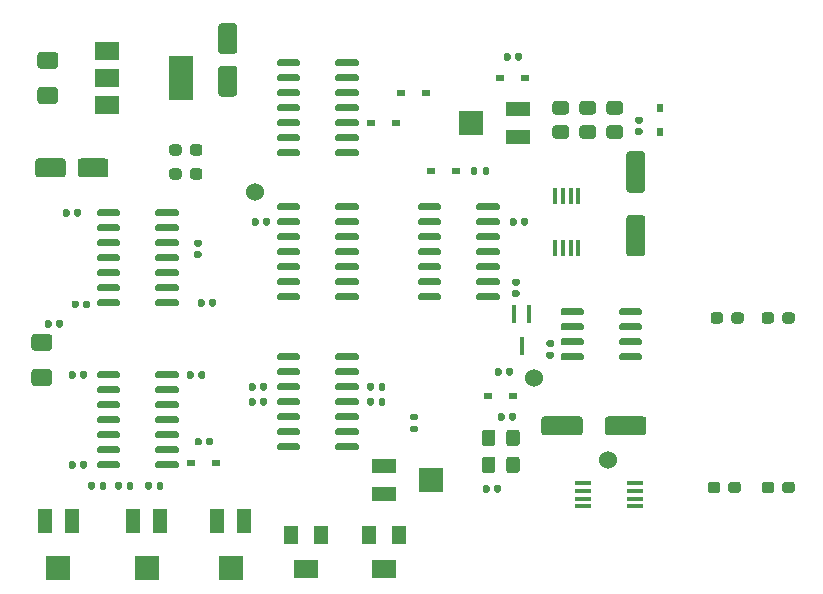
<source format=gbr>
G04 #@! TF.GenerationSoftware,KiCad,Pcbnew,(5.1.10)-1*
G04 #@! TF.CreationDate,2021-06-28T12:10:56+02:00*
G04 #@! TF.ProjectId,BSPD_v_1_1,42535044-5f76-45f3-915f-312e6b696361,rev?*
G04 #@! TF.SameCoordinates,Original*
G04 #@! TF.FileFunction,Paste,Top*
G04 #@! TF.FilePolarity,Positive*
%FSLAX46Y46*%
G04 Gerber Fmt 4.6, Leading zero omitted, Abs format (unit mm)*
G04 Created by KiCad (PCBNEW (5.1.10)-1) date 2021-06-28 12:10:56*
%MOMM*%
%LPD*%
G01*
G04 APERTURE LIST*
%ADD10R,0.450000X1.500000*%
%ADD11R,1.450000X0.450000*%
%ADD12R,0.450000X1.450000*%
%ADD13R,0.800000X0.550000*%
%ADD14R,0.550000X0.800000*%
%ADD15C,1.524000*%
%ADD16R,1.300000X2.000000*%
%ADD17R,2.000000X2.000000*%
%ADD18R,1.300000X1.600000*%
%ADD19R,2.000000X1.600000*%
%ADD20R,2.000000X1.300000*%
%ADD21R,2.000000X3.800000*%
%ADD22R,2.000000X1.500000*%
G04 APERTURE END LIST*
D10*
X140208000Y-54670000D03*
X139558000Y-52010000D03*
X140858000Y-52010000D03*
D11*
X149774000Y-66335000D03*
X149774000Y-66985000D03*
X149774000Y-67635000D03*
X149774000Y-68285000D03*
X145374000Y-68285000D03*
X145374000Y-67635000D03*
X145374000Y-66985000D03*
X145374000Y-66335000D03*
D12*
X144993000Y-41996000D03*
X144343000Y-41996000D03*
X143693000Y-41996000D03*
X143043000Y-41996000D03*
X143043000Y-46396000D03*
X143693000Y-46396000D03*
X144343000Y-46396000D03*
X144993000Y-46396000D03*
D13*
X130014000Y-33274000D03*
X132114000Y-33274000D03*
X132554000Y-39878000D03*
X134654000Y-39878000D03*
D14*
X151892000Y-36610000D03*
X151892000Y-34510000D03*
D13*
X140496000Y-32004000D03*
X138396000Y-32004000D03*
X139480000Y-58928000D03*
X137380000Y-58928000D03*
X129574000Y-35814000D03*
X127474000Y-35814000D03*
X114334000Y-64579500D03*
X112234000Y-64579500D03*
D15*
X141224000Y-57404000D03*
X147472400Y-64312800D03*
X117602000Y-41656000D03*
G36*
G01*
X136412000Y-39693000D02*
X136412000Y-40063000D01*
G75*
G02*
X136277000Y-40198000I-135000J0D01*
G01*
X136007000Y-40198000D01*
G75*
G02*
X135872000Y-40063000I0J135000D01*
G01*
X135872000Y-39693000D01*
G75*
G02*
X136007000Y-39558000I135000J0D01*
G01*
X136277000Y-39558000D01*
G75*
G02*
X136412000Y-39693000I0J-135000D01*
G01*
G37*
G36*
G01*
X137432000Y-39693000D02*
X137432000Y-40063000D01*
G75*
G02*
X137297000Y-40198000I-135000J0D01*
G01*
X137027000Y-40198000D01*
G75*
G02*
X136892000Y-40063000I0J135000D01*
G01*
X136892000Y-39693000D01*
G75*
G02*
X137027000Y-39558000I135000J0D01*
G01*
X137297000Y-39558000D01*
G75*
G02*
X137432000Y-39693000I0J-135000D01*
G01*
G37*
G36*
G01*
X130879000Y-61454000D02*
X131249000Y-61454000D01*
G75*
G02*
X131384000Y-61589000I0J-135000D01*
G01*
X131384000Y-61859000D01*
G75*
G02*
X131249000Y-61994000I-135000J0D01*
G01*
X130879000Y-61994000D01*
G75*
G02*
X130744000Y-61859000I0J135000D01*
G01*
X130744000Y-61589000D01*
G75*
G02*
X130879000Y-61454000I135000J0D01*
G01*
G37*
G36*
G01*
X130879000Y-60434000D02*
X131249000Y-60434000D01*
G75*
G02*
X131384000Y-60569000I0J-135000D01*
G01*
X131384000Y-60839000D01*
G75*
G02*
X131249000Y-60974000I-135000J0D01*
G01*
X130879000Y-60974000D01*
G75*
G02*
X130744000Y-60839000I0J135000D01*
G01*
X130744000Y-60569000D01*
G75*
G02*
X130879000Y-60434000I135000J0D01*
G01*
G37*
G36*
G01*
X115866000Y-29980000D02*
X114766000Y-29980000D01*
G75*
G02*
X114516000Y-29730000I0J250000D01*
G01*
X114516000Y-27630000D01*
G75*
G02*
X114766000Y-27380000I250000J0D01*
G01*
X115866000Y-27380000D01*
G75*
G02*
X116116000Y-27630000I0J-250000D01*
G01*
X116116000Y-29730000D01*
G75*
G02*
X115866000Y-29980000I-250000J0D01*
G01*
G37*
G36*
G01*
X115866000Y-33580000D02*
X114766000Y-33580000D01*
G75*
G02*
X114516000Y-33330000I0J250000D01*
G01*
X114516000Y-31230000D01*
G75*
G02*
X114766000Y-30980000I250000J0D01*
G01*
X115866000Y-30980000D01*
G75*
G02*
X116116000Y-31230000I0J-250000D01*
G01*
X116116000Y-33330000D01*
G75*
G02*
X115866000Y-33580000I-250000J0D01*
G01*
G37*
G36*
G01*
X105208000Y-39074000D02*
X105208000Y-40174000D01*
G75*
G02*
X104958000Y-40424000I-250000J0D01*
G01*
X102858000Y-40424000D01*
G75*
G02*
X102608000Y-40174000I0J250000D01*
G01*
X102608000Y-39074000D01*
G75*
G02*
X102858000Y-38824000I250000J0D01*
G01*
X104958000Y-38824000D01*
G75*
G02*
X105208000Y-39074000I0J-250000D01*
G01*
G37*
G36*
G01*
X101608000Y-39074000D02*
X101608000Y-40174000D01*
G75*
G02*
X101358000Y-40424000I-250000J0D01*
G01*
X99258000Y-40424000D01*
G75*
G02*
X99008000Y-40174000I0J250000D01*
G01*
X99008000Y-39074000D01*
G75*
G02*
X99258000Y-38824000I250000J0D01*
G01*
X101358000Y-38824000D01*
G75*
G02*
X101608000Y-39074000I0J-250000D01*
G01*
G37*
G36*
G01*
X148532001Y-35110000D02*
X147631999Y-35110000D01*
G75*
G02*
X147382000Y-34860001I0J249999D01*
G01*
X147382000Y-34209999D01*
G75*
G02*
X147631999Y-33960000I249999J0D01*
G01*
X148532001Y-33960000D01*
G75*
G02*
X148782000Y-34209999I0J-249999D01*
G01*
X148782000Y-34860001D01*
G75*
G02*
X148532001Y-35110000I-249999J0D01*
G01*
G37*
G36*
G01*
X148532001Y-37160000D02*
X147631999Y-37160000D01*
G75*
G02*
X147382000Y-36910001I0J249999D01*
G01*
X147382000Y-36259999D01*
G75*
G02*
X147631999Y-36010000I249999J0D01*
G01*
X148532001Y-36010000D01*
G75*
G02*
X148782000Y-36259999I0J-249999D01*
G01*
X148782000Y-36910001D01*
G75*
G02*
X148532001Y-37160000I-249999J0D01*
G01*
G37*
G36*
G01*
X150410000Y-41722000D02*
X149310000Y-41722000D01*
G75*
G02*
X149060000Y-41472000I0J250000D01*
G01*
X149060000Y-38472000D01*
G75*
G02*
X149310000Y-38222000I250000J0D01*
G01*
X150410000Y-38222000D01*
G75*
G02*
X150660000Y-38472000I0J-250000D01*
G01*
X150660000Y-41472000D01*
G75*
G02*
X150410000Y-41722000I-250000J0D01*
G01*
G37*
G36*
G01*
X150410000Y-47122000D02*
X149310000Y-47122000D01*
G75*
G02*
X149060000Y-46872000I0J250000D01*
G01*
X149060000Y-43872000D01*
G75*
G02*
X149310000Y-43622000I250000J0D01*
G01*
X150410000Y-43622000D01*
G75*
G02*
X150660000Y-43872000I0J-250000D01*
G01*
X150660000Y-46872000D01*
G75*
G02*
X150410000Y-47122000I-250000J0D01*
G01*
G37*
G36*
G01*
X143960001Y-37160000D02*
X143059999Y-37160000D01*
G75*
G02*
X142810000Y-36910001I0J249999D01*
G01*
X142810000Y-36259999D01*
G75*
G02*
X143059999Y-36010000I249999J0D01*
G01*
X143960001Y-36010000D01*
G75*
G02*
X144210000Y-36259999I0J-249999D01*
G01*
X144210000Y-36910001D01*
G75*
G02*
X143960001Y-37160000I-249999J0D01*
G01*
G37*
G36*
G01*
X143960001Y-35110000D02*
X143059999Y-35110000D01*
G75*
G02*
X142810000Y-34860001I0J249999D01*
G01*
X142810000Y-34209999D01*
G75*
G02*
X143059999Y-33960000I249999J0D01*
G01*
X143960001Y-33960000D01*
G75*
G02*
X144210000Y-34209999I0J-249999D01*
G01*
X144210000Y-34860001D01*
G75*
G02*
X143960001Y-35110000I-249999J0D01*
G01*
G37*
G36*
G01*
X145345999Y-36010000D02*
X146246001Y-36010000D01*
G75*
G02*
X146496000Y-36259999I0J-249999D01*
G01*
X146496000Y-36910001D01*
G75*
G02*
X146246001Y-37160000I-249999J0D01*
G01*
X145345999Y-37160000D01*
G75*
G02*
X145096000Y-36910001I0J249999D01*
G01*
X145096000Y-36259999D01*
G75*
G02*
X145345999Y-36010000I249999J0D01*
G01*
G37*
G36*
G01*
X145345999Y-33960000D02*
X146246001Y-33960000D01*
G75*
G02*
X146496000Y-34209999I0J-249999D01*
G01*
X146496000Y-34860001D01*
G75*
G02*
X146246001Y-35110000I-249999J0D01*
G01*
X145345999Y-35110000D01*
G75*
G02*
X145096000Y-34860001I0J249999D01*
G01*
X145096000Y-34209999D01*
G75*
G02*
X145345999Y-33960000I249999J0D01*
G01*
G37*
G36*
G01*
X140030000Y-62033999D02*
X140030000Y-62934001D01*
G75*
G02*
X139780001Y-63184000I-249999J0D01*
G01*
X139129999Y-63184000D01*
G75*
G02*
X138880000Y-62934001I0J249999D01*
G01*
X138880000Y-62033999D01*
G75*
G02*
X139129999Y-61784000I249999J0D01*
G01*
X139780001Y-61784000D01*
G75*
G02*
X140030000Y-62033999I0J-249999D01*
G01*
G37*
G36*
G01*
X137980000Y-62033999D02*
X137980000Y-62934001D01*
G75*
G02*
X137730001Y-63184000I-249999J0D01*
G01*
X137079999Y-63184000D01*
G75*
G02*
X136830000Y-62934001I0J249999D01*
G01*
X136830000Y-62033999D01*
G75*
G02*
X137079999Y-61784000I249999J0D01*
G01*
X137730001Y-61784000D01*
G75*
G02*
X137980000Y-62033999I0J-249999D01*
G01*
G37*
G36*
G01*
X150754000Y-60918000D02*
X150754000Y-62018000D01*
G75*
G02*
X150504000Y-62268000I-250000J0D01*
G01*
X147504000Y-62268000D01*
G75*
G02*
X147254000Y-62018000I0J250000D01*
G01*
X147254000Y-60918000D01*
G75*
G02*
X147504000Y-60668000I250000J0D01*
G01*
X150504000Y-60668000D01*
G75*
G02*
X150754000Y-60918000I0J-250000D01*
G01*
G37*
G36*
G01*
X145354000Y-60918000D02*
X145354000Y-62018000D01*
G75*
G02*
X145104000Y-62268000I-250000J0D01*
G01*
X142104000Y-62268000D01*
G75*
G02*
X141854000Y-62018000I0J250000D01*
G01*
X141854000Y-60918000D01*
G75*
G02*
X142104000Y-60668000I250000J0D01*
G01*
X145104000Y-60668000D01*
G75*
G02*
X145354000Y-60918000I0J-250000D01*
G01*
G37*
G36*
G01*
X138880000Y-65220001D02*
X138880000Y-64319999D01*
G75*
G02*
X139129999Y-64070000I249999J0D01*
G01*
X139780001Y-64070000D01*
G75*
G02*
X140030000Y-64319999I0J-249999D01*
G01*
X140030000Y-65220001D01*
G75*
G02*
X139780001Y-65470000I-249999J0D01*
G01*
X139129999Y-65470000D01*
G75*
G02*
X138880000Y-65220001I0J249999D01*
G01*
G37*
G36*
G01*
X136830000Y-65220001D02*
X136830000Y-64319999D01*
G75*
G02*
X137079999Y-64070000I249999J0D01*
G01*
X137730001Y-64070000D01*
G75*
G02*
X137980000Y-64319999I0J-249999D01*
G01*
X137980000Y-65220001D01*
G75*
G02*
X137730001Y-65470000I-249999J0D01*
G01*
X137079999Y-65470000D01*
G75*
G02*
X136830000Y-65220001I0J249999D01*
G01*
G37*
G36*
G01*
X100701000Y-34204000D02*
X99451000Y-34204000D01*
G75*
G02*
X99201000Y-33954000I0J250000D01*
G01*
X99201000Y-33029000D01*
G75*
G02*
X99451000Y-32779000I250000J0D01*
G01*
X100701000Y-32779000D01*
G75*
G02*
X100951000Y-33029000I0J-250000D01*
G01*
X100951000Y-33954000D01*
G75*
G02*
X100701000Y-34204000I-250000J0D01*
G01*
G37*
G36*
G01*
X100701000Y-31229000D02*
X99451000Y-31229000D01*
G75*
G02*
X99201000Y-30979000I0J250000D01*
G01*
X99201000Y-30054000D01*
G75*
G02*
X99451000Y-29804000I250000J0D01*
G01*
X100701000Y-29804000D01*
G75*
G02*
X100951000Y-30054000I0J-250000D01*
G01*
X100951000Y-30979000D01*
G75*
G02*
X100701000Y-31229000I-250000J0D01*
G01*
G37*
G36*
G01*
X110360000Y-40369500D02*
X110360000Y-39894500D01*
G75*
G02*
X110597500Y-39657000I237500J0D01*
G01*
X111172500Y-39657000D01*
G75*
G02*
X111410000Y-39894500I0J-237500D01*
G01*
X111410000Y-40369500D01*
G75*
G02*
X111172500Y-40607000I-237500J0D01*
G01*
X110597500Y-40607000D01*
G75*
G02*
X110360000Y-40369500I0J237500D01*
G01*
G37*
G36*
G01*
X112110000Y-40369500D02*
X112110000Y-39894500D01*
G75*
G02*
X112347500Y-39657000I237500J0D01*
G01*
X112922500Y-39657000D01*
G75*
G02*
X113160000Y-39894500I0J-237500D01*
G01*
X113160000Y-40369500D01*
G75*
G02*
X112922500Y-40607000I-237500J0D01*
G01*
X112347500Y-40607000D01*
G75*
G02*
X112110000Y-40369500I0J237500D01*
G01*
G37*
G36*
G01*
X161575000Y-52086500D02*
X161575000Y-52561500D01*
G75*
G02*
X161337500Y-52799000I-237500J0D01*
G01*
X160762500Y-52799000D01*
G75*
G02*
X160525000Y-52561500I0J237500D01*
G01*
X160525000Y-52086500D01*
G75*
G02*
X160762500Y-51849000I237500J0D01*
G01*
X161337500Y-51849000D01*
G75*
G02*
X161575000Y-52086500I0J-237500D01*
G01*
G37*
G36*
G01*
X163325000Y-52086500D02*
X163325000Y-52561500D01*
G75*
G02*
X163087500Y-52799000I-237500J0D01*
G01*
X162512500Y-52799000D01*
G75*
G02*
X162275000Y-52561500I0J237500D01*
G01*
X162275000Y-52086500D01*
G75*
G02*
X162512500Y-51849000I237500J0D01*
G01*
X163087500Y-51849000D01*
G75*
G02*
X163325000Y-52086500I0J-237500D01*
G01*
G37*
G36*
G01*
X163325000Y-66437500D02*
X163325000Y-66912500D01*
G75*
G02*
X163087500Y-67150000I-237500J0D01*
G01*
X162512500Y-67150000D01*
G75*
G02*
X162275000Y-66912500I0J237500D01*
G01*
X162275000Y-66437500D01*
G75*
G02*
X162512500Y-66200000I237500J0D01*
G01*
X163087500Y-66200000D01*
G75*
G02*
X163325000Y-66437500I0J-237500D01*
G01*
G37*
G36*
G01*
X161575000Y-66437500D02*
X161575000Y-66912500D01*
G75*
G02*
X161337500Y-67150000I-237500J0D01*
G01*
X160762500Y-67150000D01*
G75*
G02*
X160525000Y-66912500I0J237500D01*
G01*
X160525000Y-66437500D01*
G75*
G02*
X160762500Y-66200000I237500J0D01*
G01*
X161337500Y-66200000D01*
G75*
G02*
X161575000Y-66437500I0J-237500D01*
G01*
G37*
G36*
G01*
X113160000Y-37862500D02*
X113160000Y-38337500D01*
G75*
G02*
X112922500Y-38575000I-237500J0D01*
G01*
X112347500Y-38575000D01*
G75*
G02*
X112110000Y-38337500I0J237500D01*
G01*
X112110000Y-37862500D01*
G75*
G02*
X112347500Y-37625000I237500J0D01*
G01*
X112922500Y-37625000D01*
G75*
G02*
X113160000Y-37862500I0J-237500D01*
G01*
G37*
G36*
G01*
X111410000Y-37862500D02*
X111410000Y-38337500D01*
G75*
G02*
X111172500Y-38575000I-237500J0D01*
G01*
X110597500Y-38575000D01*
G75*
G02*
X110360000Y-38337500I0J237500D01*
G01*
X110360000Y-37862500D01*
G75*
G02*
X110597500Y-37625000I237500J0D01*
G01*
X111172500Y-37625000D01*
G75*
G02*
X111410000Y-37862500I0J-237500D01*
G01*
G37*
G36*
G01*
X101328000Y-43606500D02*
X101328000Y-43261500D01*
G75*
G02*
X101475500Y-43114000I147500J0D01*
G01*
X101770500Y-43114000D01*
G75*
G02*
X101918000Y-43261500I0J-147500D01*
G01*
X101918000Y-43606500D01*
G75*
G02*
X101770500Y-43754000I-147500J0D01*
G01*
X101475500Y-43754000D01*
G75*
G02*
X101328000Y-43606500I0J147500D01*
G01*
G37*
G36*
G01*
X102298000Y-43606500D02*
X102298000Y-43261500D01*
G75*
G02*
X102445500Y-43114000I147500J0D01*
G01*
X102740500Y-43114000D01*
G75*
G02*
X102888000Y-43261500I0J-147500D01*
G01*
X102888000Y-43606500D01*
G75*
G02*
X102740500Y-43754000I-147500J0D01*
G01*
X102445500Y-43754000D01*
G75*
G02*
X102298000Y-43606500I0J147500D01*
G01*
G37*
G36*
G01*
X103060000Y-51353500D02*
X103060000Y-51008500D01*
G75*
G02*
X103207500Y-50861000I147500J0D01*
G01*
X103502500Y-50861000D01*
G75*
G02*
X103650000Y-51008500I0J-147500D01*
G01*
X103650000Y-51353500D01*
G75*
G02*
X103502500Y-51501000I-147500J0D01*
G01*
X103207500Y-51501000D01*
G75*
G02*
X103060000Y-51353500I0J147500D01*
G01*
G37*
G36*
G01*
X102090000Y-51353500D02*
X102090000Y-51008500D01*
G75*
G02*
X102237500Y-50861000I147500J0D01*
G01*
X102532500Y-50861000D01*
G75*
G02*
X102680000Y-51008500I0J-147500D01*
G01*
X102680000Y-51353500D01*
G75*
G02*
X102532500Y-51501000I-147500J0D01*
G01*
X102237500Y-51501000D01*
G75*
G02*
X102090000Y-51353500I0J147500D01*
G01*
G37*
G36*
G01*
X114318000Y-50881500D02*
X114318000Y-51226500D01*
G75*
G02*
X114170500Y-51374000I-147500J0D01*
G01*
X113875500Y-51374000D01*
G75*
G02*
X113728000Y-51226500I0J147500D01*
G01*
X113728000Y-50881500D01*
G75*
G02*
X113875500Y-50734000I147500J0D01*
G01*
X114170500Y-50734000D01*
G75*
G02*
X114318000Y-50881500I0J-147500D01*
G01*
G37*
G36*
G01*
X113348000Y-50881500D02*
X113348000Y-51226500D01*
G75*
G02*
X113200500Y-51374000I-147500J0D01*
G01*
X112905500Y-51374000D01*
G75*
G02*
X112758000Y-51226500I0J147500D01*
G01*
X112758000Y-50881500D01*
G75*
G02*
X112905500Y-50734000I147500J0D01*
G01*
X113200500Y-50734000D01*
G75*
G02*
X113348000Y-50881500I0J-147500D01*
G01*
G37*
G36*
G01*
X117076000Y-58338500D02*
X117076000Y-57993500D01*
G75*
G02*
X117223500Y-57846000I147500J0D01*
G01*
X117518500Y-57846000D01*
G75*
G02*
X117666000Y-57993500I0J-147500D01*
G01*
X117666000Y-58338500D01*
G75*
G02*
X117518500Y-58486000I-147500J0D01*
G01*
X117223500Y-58486000D01*
G75*
G02*
X117076000Y-58338500I0J147500D01*
G01*
G37*
G36*
G01*
X118046000Y-58338500D02*
X118046000Y-57993500D01*
G75*
G02*
X118193500Y-57846000I147500J0D01*
G01*
X118488500Y-57846000D01*
G75*
G02*
X118636000Y-57993500I0J-147500D01*
G01*
X118636000Y-58338500D01*
G75*
G02*
X118488500Y-58486000I-147500J0D01*
G01*
X118193500Y-58486000D01*
G75*
G02*
X118046000Y-58338500I0J147500D01*
G01*
G37*
G36*
G01*
X101836000Y-57322500D02*
X101836000Y-56977500D01*
G75*
G02*
X101983500Y-56830000I147500J0D01*
G01*
X102278500Y-56830000D01*
G75*
G02*
X102426000Y-56977500I0J-147500D01*
G01*
X102426000Y-57322500D01*
G75*
G02*
X102278500Y-57470000I-147500J0D01*
G01*
X101983500Y-57470000D01*
G75*
G02*
X101836000Y-57322500I0J147500D01*
G01*
G37*
G36*
G01*
X102806000Y-57322500D02*
X102806000Y-56977500D01*
G75*
G02*
X102953500Y-56830000I147500J0D01*
G01*
X103248500Y-56830000D01*
G75*
G02*
X103396000Y-56977500I0J-147500D01*
G01*
X103396000Y-57322500D01*
G75*
G02*
X103248500Y-57470000I-147500J0D01*
G01*
X102953500Y-57470000D01*
G75*
G02*
X102806000Y-57322500I0J147500D01*
G01*
G37*
G36*
G01*
X102806000Y-64942500D02*
X102806000Y-64597500D01*
G75*
G02*
X102953500Y-64450000I147500J0D01*
G01*
X103248500Y-64450000D01*
G75*
G02*
X103396000Y-64597500I0J-147500D01*
G01*
X103396000Y-64942500D01*
G75*
G02*
X103248500Y-65090000I-147500J0D01*
G01*
X102953500Y-65090000D01*
G75*
G02*
X102806000Y-64942500I0J147500D01*
G01*
G37*
G36*
G01*
X101836000Y-64942500D02*
X101836000Y-64597500D01*
G75*
G02*
X101983500Y-64450000I147500J0D01*
G01*
X102278500Y-64450000D01*
G75*
G02*
X102426000Y-64597500I0J-147500D01*
G01*
X102426000Y-64942500D01*
G75*
G02*
X102278500Y-65090000I-147500J0D01*
G01*
X101983500Y-65090000D01*
G75*
G02*
X101836000Y-64942500I0J147500D01*
G01*
G37*
G36*
G01*
X114064000Y-62629000D02*
X114064000Y-62974000D01*
G75*
G02*
X113916500Y-63121500I-147500J0D01*
G01*
X113621500Y-63121500D01*
G75*
G02*
X113474000Y-62974000I0J147500D01*
G01*
X113474000Y-62629000D01*
G75*
G02*
X113621500Y-62481500I147500J0D01*
G01*
X113916500Y-62481500D01*
G75*
G02*
X114064000Y-62629000I0J-147500D01*
G01*
G37*
G36*
G01*
X113094000Y-62629000D02*
X113094000Y-62974000D01*
G75*
G02*
X112946500Y-63121500I-147500J0D01*
G01*
X112651500Y-63121500D01*
G75*
G02*
X112504000Y-62974000I0J147500D01*
G01*
X112504000Y-62629000D01*
G75*
G02*
X112651500Y-62481500I147500J0D01*
G01*
X112946500Y-62481500D01*
G75*
G02*
X113094000Y-62629000I0J-147500D01*
G01*
G37*
G36*
G01*
X118046000Y-59608500D02*
X118046000Y-59263500D01*
G75*
G02*
X118193500Y-59116000I147500J0D01*
G01*
X118488500Y-59116000D01*
G75*
G02*
X118636000Y-59263500I0J-147500D01*
G01*
X118636000Y-59608500D01*
G75*
G02*
X118488500Y-59756000I-147500J0D01*
G01*
X118193500Y-59756000D01*
G75*
G02*
X118046000Y-59608500I0J147500D01*
G01*
G37*
G36*
G01*
X117076000Y-59608500D02*
X117076000Y-59263500D01*
G75*
G02*
X117223500Y-59116000I147500J0D01*
G01*
X117518500Y-59116000D01*
G75*
G02*
X117666000Y-59263500I0J-147500D01*
G01*
X117666000Y-59608500D01*
G75*
G02*
X117518500Y-59756000I-147500J0D01*
G01*
X117223500Y-59756000D01*
G75*
G02*
X117076000Y-59608500I0J147500D01*
G01*
G37*
G36*
G01*
X149941500Y-36258000D02*
X150286500Y-36258000D01*
G75*
G02*
X150434000Y-36405500I0J-147500D01*
G01*
X150434000Y-36700500D01*
G75*
G02*
X150286500Y-36848000I-147500J0D01*
G01*
X149941500Y-36848000D01*
G75*
G02*
X149794000Y-36700500I0J147500D01*
G01*
X149794000Y-36405500D01*
G75*
G02*
X149941500Y-36258000I147500J0D01*
G01*
G37*
G36*
G01*
X149941500Y-35288000D02*
X150286500Y-35288000D01*
G75*
G02*
X150434000Y-35435500I0J-147500D01*
G01*
X150434000Y-35730500D01*
G75*
G02*
X150286500Y-35878000I-147500J0D01*
G01*
X149941500Y-35878000D01*
G75*
G02*
X149794000Y-35730500I0J147500D01*
G01*
X149794000Y-35435500D01*
G75*
G02*
X149941500Y-35288000I147500J0D01*
G01*
G37*
G36*
G01*
X138666000Y-30398500D02*
X138666000Y-30053500D01*
G75*
G02*
X138813500Y-29906000I147500J0D01*
G01*
X139108500Y-29906000D01*
G75*
G02*
X139256000Y-30053500I0J-147500D01*
G01*
X139256000Y-30398500D01*
G75*
G02*
X139108500Y-30546000I-147500J0D01*
G01*
X138813500Y-30546000D01*
G75*
G02*
X138666000Y-30398500I0J147500D01*
G01*
G37*
G36*
G01*
X139636000Y-30398500D02*
X139636000Y-30053500D01*
G75*
G02*
X139783500Y-29906000I147500J0D01*
G01*
X140078500Y-29906000D01*
G75*
G02*
X140226000Y-30053500I0J-147500D01*
G01*
X140226000Y-30398500D01*
G75*
G02*
X140078500Y-30546000I-147500J0D01*
G01*
X139783500Y-30546000D01*
G75*
G02*
X139636000Y-30398500I0J147500D01*
G01*
G37*
G36*
G01*
X142793500Y-55771000D02*
X142448500Y-55771000D01*
G75*
G02*
X142301000Y-55623500I0J147500D01*
G01*
X142301000Y-55328500D01*
G75*
G02*
X142448500Y-55181000I147500J0D01*
G01*
X142793500Y-55181000D01*
G75*
G02*
X142941000Y-55328500I0J-147500D01*
G01*
X142941000Y-55623500D01*
G75*
G02*
X142793500Y-55771000I-147500J0D01*
G01*
G37*
G36*
G01*
X142793500Y-54801000D02*
X142448500Y-54801000D01*
G75*
G02*
X142301000Y-54653500I0J147500D01*
G01*
X142301000Y-54358500D01*
G75*
G02*
X142448500Y-54211000I147500J0D01*
G01*
X142793500Y-54211000D01*
G75*
G02*
X142941000Y-54358500I0J-147500D01*
G01*
X142941000Y-54653500D01*
G75*
G02*
X142793500Y-54801000I-147500J0D01*
G01*
G37*
G36*
G01*
X128669000Y-59263500D02*
X128669000Y-59608500D01*
G75*
G02*
X128521500Y-59756000I-147500J0D01*
G01*
X128226500Y-59756000D01*
G75*
G02*
X128079000Y-59608500I0J147500D01*
G01*
X128079000Y-59263500D01*
G75*
G02*
X128226500Y-59116000I147500J0D01*
G01*
X128521500Y-59116000D01*
G75*
G02*
X128669000Y-59263500I0J-147500D01*
G01*
G37*
G36*
G01*
X127699000Y-59263500D02*
X127699000Y-59608500D01*
G75*
G02*
X127551500Y-59756000I-147500J0D01*
G01*
X127256500Y-59756000D01*
G75*
G02*
X127109000Y-59608500I0J147500D01*
G01*
X127109000Y-59263500D01*
G75*
G02*
X127256500Y-59116000I147500J0D01*
G01*
X127551500Y-59116000D01*
G75*
G02*
X127699000Y-59263500I0J-147500D01*
G01*
G37*
G36*
G01*
X127699000Y-57993500D02*
X127699000Y-58338500D01*
G75*
G02*
X127551500Y-58486000I-147500J0D01*
G01*
X127256500Y-58486000D01*
G75*
G02*
X127109000Y-58338500I0J147500D01*
G01*
X127109000Y-57993500D01*
G75*
G02*
X127256500Y-57846000I147500J0D01*
G01*
X127551500Y-57846000D01*
G75*
G02*
X127699000Y-57993500I0J-147500D01*
G01*
G37*
G36*
G01*
X128669000Y-57993500D02*
X128669000Y-58338500D01*
G75*
G02*
X128521500Y-58486000I-147500J0D01*
G01*
X128226500Y-58486000D01*
G75*
G02*
X128079000Y-58338500I0J147500D01*
G01*
X128079000Y-57993500D01*
G75*
G02*
X128226500Y-57846000I147500J0D01*
G01*
X128521500Y-57846000D01*
G75*
G02*
X128669000Y-57993500I0J-147500D01*
G01*
G37*
G36*
G01*
X117920000Y-44023500D02*
X117920000Y-44368500D01*
G75*
G02*
X117772500Y-44516000I-147500J0D01*
G01*
X117477500Y-44516000D01*
G75*
G02*
X117330000Y-44368500I0J147500D01*
G01*
X117330000Y-44023500D01*
G75*
G02*
X117477500Y-43876000I147500J0D01*
G01*
X117772500Y-43876000D01*
G75*
G02*
X117920000Y-44023500I0J-147500D01*
G01*
G37*
G36*
G01*
X118890000Y-44023500D02*
X118890000Y-44368500D01*
G75*
G02*
X118742500Y-44516000I-147500J0D01*
G01*
X118447500Y-44516000D01*
G75*
G02*
X118300000Y-44368500I0J147500D01*
G01*
X118300000Y-44023500D01*
G75*
G02*
X118447500Y-43876000I147500J0D01*
G01*
X118742500Y-43876000D01*
G75*
G02*
X118890000Y-44023500I0J-147500D01*
G01*
G37*
G36*
G01*
X139764000Y-44023500D02*
X139764000Y-44368500D01*
G75*
G02*
X139616500Y-44516000I-147500J0D01*
G01*
X139321500Y-44516000D01*
G75*
G02*
X139174000Y-44368500I0J147500D01*
G01*
X139174000Y-44023500D01*
G75*
G02*
X139321500Y-43876000I147500J0D01*
G01*
X139616500Y-43876000D01*
G75*
G02*
X139764000Y-44023500I0J-147500D01*
G01*
G37*
G36*
G01*
X140734000Y-44023500D02*
X140734000Y-44368500D01*
G75*
G02*
X140586500Y-44516000I-147500J0D01*
G01*
X140291500Y-44516000D01*
G75*
G02*
X140144000Y-44368500I0J147500D01*
G01*
X140144000Y-44023500D01*
G75*
G02*
X140291500Y-43876000I147500J0D01*
G01*
X140586500Y-43876000D01*
G75*
G02*
X140734000Y-44023500I0J-147500D01*
G01*
G37*
G36*
G01*
X138158000Y-60878500D02*
X138158000Y-60533500D01*
G75*
G02*
X138305500Y-60386000I147500J0D01*
G01*
X138600500Y-60386000D01*
G75*
G02*
X138748000Y-60533500I0J-147500D01*
G01*
X138748000Y-60878500D01*
G75*
G02*
X138600500Y-61026000I-147500J0D01*
G01*
X138305500Y-61026000D01*
G75*
G02*
X138158000Y-60878500I0J147500D01*
G01*
G37*
G36*
G01*
X139128000Y-60878500D02*
X139128000Y-60533500D01*
G75*
G02*
X139275500Y-60386000I147500J0D01*
G01*
X139570500Y-60386000D01*
G75*
G02*
X139718000Y-60533500I0J-147500D01*
G01*
X139718000Y-60878500D01*
G75*
G02*
X139570500Y-61026000I-147500J0D01*
G01*
X139275500Y-61026000D01*
G75*
G02*
X139128000Y-60878500I0J147500D01*
G01*
G37*
G36*
G01*
X136888000Y-66974500D02*
X136888000Y-66629500D01*
G75*
G02*
X137035500Y-66482000I147500J0D01*
G01*
X137330500Y-66482000D01*
G75*
G02*
X137478000Y-66629500I0J-147500D01*
G01*
X137478000Y-66974500D01*
G75*
G02*
X137330500Y-67122000I-147500J0D01*
G01*
X137035500Y-67122000D01*
G75*
G02*
X136888000Y-66974500I0J147500D01*
G01*
G37*
G36*
G01*
X137858000Y-66974500D02*
X137858000Y-66629500D01*
G75*
G02*
X138005500Y-66482000I147500J0D01*
G01*
X138300500Y-66482000D01*
G75*
G02*
X138448000Y-66629500I0J-147500D01*
G01*
X138448000Y-66974500D01*
G75*
G02*
X138300500Y-67122000I-147500J0D01*
G01*
X138005500Y-67122000D01*
G75*
G02*
X137858000Y-66974500I0J147500D01*
G01*
G37*
G36*
G01*
X139872500Y-49594000D02*
X139527500Y-49594000D01*
G75*
G02*
X139380000Y-49446500I0J147500D01*
G01*
X139380000Y-49151500D01*
G75*
G02*
X139527500Y-49004000I147500J0D01*
G01*
X139872500Y-49004000D01*
G75*
G02*
X140020000Y-49151500I0J-147500D01*
G01*
X140020000Y-49446500D01*
G75*
G02*
X139872500Y-49594000I-147500J0D01*
G01*
G37*
G36*
G01*
X139872500Y-50564000D02*
X139527500Y-50564000D01*
G75*
G02*
X139380000Y-50416500I0J147500D01*
G01*
X139380000Y-50121500D01*
G75*
G02*
X139527500Y-49974000I147500J0D01*
G01*
X139872500Y-49974000D01*
G75*
G02*
X140020000Y-50121500I0J-147500D01*
G01*
X140020000Y-50416500D01*
G75*
G02*
X139872500Y-50564000I-147500J0D01*
G01*
G37*
G36*
G01*
X138494000Y-56723500D02*
X138494000Y-57068500D01*
G75*
G02*
X138346500Y-57216000I-147500J0D01*
G01*
X138051500Y-57216000D01*
G75*
G02*
X137904000Y-57068500I0J147500D01*
G01*
X137904000Y-56723500D01*
G75*
G02*
X138051500Y-56576000I147500J0D01*
G01*
X138346500Y-56576000D01*
G75*
G02*
X138494000Y-56723500I0J-147500D01*
G01*
G37*
G36*
G01*
X139464000Y-56723500D02*
X139464000Y-57068500D01*
G75*
G02*
X139316500Y-57216000I-147500J0D01*
G01*
X139021500Y-57216000D01*
G75*
G02*
X138874000Y-57068500I0J147500D01*
G01*
X138874000Y-56723500D01*
G75*
G02*
X139021500Y-56576000I147500J0D01*
G01*
X139316500Y-56576000D01*
G75*
G02*
X139464000Y-56723500I0J-147500D01*
G01*
G37*
G36*
G01*
X159007000Y-52086500D02*
X159007000Y-52561500D01*
G75*
G02*
X158769500Y-52799000I-237500J0D01*
G01*
X158194500Y-52799000D01*
G75*
G02*
X157957000Y-52561500I0J237500D01*
G01*
X157957000Y-52086500D01*
G75*
G02*
X158194500Y-51849000I237500J0D01*
G01*
X158769500Y-51849000D01*
G75*
G02*
X159007000Y-52086500I0J-237500D01*
G01*
G37*
G36*
G01*
X157257000Y-52086500D02*
X157257000Y-52561500D01*
G75*
G02*
X157019500Y-52799000I-237500J0D01*
G01*
X156444500Y-52799000D01*
G75*
G02*
X156207000Y-52561500I0J237500D01*
G01*
X156207000Y-52086500D01*
G75*
G02*
X156444500Y-51849000I237500J0D01*
G01*
X157019500Y-51849000D01*
G75*
G02*
X157257000Y-52086500I0J-237500D01*
G01*
G37*
G36*
G01*
X157003000Y-66437500D02*
X157003000Y-66912500D01*
G75*
G02*
X156765500Y-67150000I-237500J0D01*
G01*
X156190500Y-67150000D01*
G75*
G02*
X155953000Y-66912500I0J237500D01*
G01*
X155953000Y-66437500D01*
G75*
G02*
X156190500Y-66200000I237500J0D01*
G01*
X156765500Y-66200000D01*
G75*
G02*
X157003000Y-66437500I0J-237500D01*
G01*
G37*
G36*
G01*
X158753000Y-66437500D02*
X158753000Y-66912500D01*
G75*
G02*
X158515500Y-67150000I-237500J0D01*
G01*
X157940500Y-67150000D01*
G75*
G02*
X157703000Y-66912500I0J237500D01*
G01*
X157703000Y-66437500D01*
G75*
G02*
X157940500Y-66200000I237500J0D01*
G01*
X158515500Y-66200000D01*
G75*
G02*
X158753000Y-66437500I0J-237500D01*
G01*
G37*
G36*
G01*
X100394000Y-52659500D02*
X100394000Y-53004500D01*
G75*
G02*
X100246500Y-53152000I-147500J0D01*
G01*
X99951500Y-53152000D01*
G75*
G02*
X99804000Y-53004500I0J147500D01*
G01*
X99804000Y-52659500D01*
G75*
G02*
X99951500Y-52512000I147500J0D01*
G01*
X100246500Y-52512000D01*
G75*
G02*
X100394000Y-52659500I0J-147500D01*
G01*
G37*
G36*
G01*
X101364000Y-52659500D02*
X101364000Y-53004500D01*
G75*
G02*
X101216500Y-53152000I-147500J0D01*
G01*
X100921500Y-53152000D01*
G75*
G02*
X100774000Y-53004500I0J147500D01*
G01*
X100774000Y-52659500D01*
G75*
G02*
X100921500Y-52512000I147500J0D01*
G01*
X101216500Y-52512000D01*
G75*
G02*
X101364000Y-52659500I0J-147500D01*
G01*
G37*
G36*
G01*
X105047000Y-66375500D02*
X105047000Y-66720500D01*
G75*
G02*
X104899500Y-66868000I-147500J0D01*
G01*
X104604500Y-66868000D01*
G75*
G02*
X104457000Y-66720500I0J147500D01*
G01*
X104457000Y-66375500D01*
G75*
G02*
X104604500Y-66228000I147500J0D01*
G01*
X104899500Y-66228000D01*
G75*
G02*
X105047000Y-66375500I0J-147500D01*
G01*
G37*
G36*
G01*
X104077000Y-66375500D02*
X104077000Y-66720500D01*
G75*
G02*
X103929500Y-66868000I-147500J0D01*
G01*
X103634500Y-66868000D01*
G75*
G02*
X103487000Y-66720500I0J147500D01*
G01*
X103487000Y-66375500D01*
G75*
G02*
X103634500Y-66228000I147500J0D01*
G01*
X103929500Y-66228000D01*
G75*
G02*
X104077000Y-66375500I0J-147500D01*
G01*
G37*
G36*
G01*
X106363000Y-66375500D02*
X106363000Y-66720500D01*
G75*
G02*
X106215500Y-66868000I-147500J0D01*
G01*
X105920500Y-66868000D01*
G75*
G02*
X105773000Y-66720500I0J147500D01*
G01*
X105773000Y-66375500D01*
G75*
G02*
X105920500Y-66228000I147500J0D01*
G01*
X106215500Y-66228000D01*
G75*
G02*
X106363000Y-66375500I0J-147500D01*
G01*
G37*
G36*
G01*
X107333000Y-66375500D02*
X107333000Y-66720500D01*
G75*
G02*
X107185500Y-66868000I-147500J0D01*
G01*
X106890500Y-66868000D01*
G75*
G02*
X106743000Y-66720500I0J147500D01*
G01*
X106743000Y-66375500D01*
G75*
G02*
X106890500Y-66228000I147500J0D01*
G01*
X107185500Y-66228000D01*
G75*
G02*
X107333000Y-66375500I0J-147500D01*
G01*
G37*
G36*
G01*
X108903000Y-66375500D02*
X108903000Y-66720500D01*
G75*
G02*
X108755500Y-66868000I-147500J0D01*
G01*
X108460500Y-66868000D01*
G75*
G02*
X108313000Y-66720500I0J147500D01*
G01*
X108313000Y-66375500D01*
G75*
G02*
X108460500Y-66228000I147500J0D01*
G01*
X108755500Y-66228000D01*
G75*
G02*
X108903000Y-66375500I0J-147500D01*
G01*
G37*
G36*
G01*
X109873000Y-66375500D02*
X109873000Y-66720500D01*
G75*
G02*
X109725500Y-66868000I-147500J0D01*
G01*
X109430500Y-66868000D01*
G75*
G02*
X109283000Y-66720500I0J147500D01*
G01*
X109283000Y-66375500D01*
G75*
G02*
X109430500Y-66228000I147500J0D01*
G01*
X109725500Y-66228000D01*
G75*
G02*
X109873000Y-66375500I0J-147500D01*
G01*
G37*
G36*
G01*
X112948500Y-47262000D02*
X112603500Y-47262000D01*
G75*
G02*
X112456000Y-47114500I0J147500D01*
G01*
X112456000Y-46819500D01*
G75*
G02*
X112603500Y-46672000I147500J0D01*
G01*
X112948500Y-46672000D01*
G75*
G02*
X113096000Y-46819500I0J-147500D01*
G01*
X113096000Y-47114500D01*
G75*
G02*
X112948500Y-47262000I-147500J0D01*
G01*
G37*
G36*
G01*
X112948500Y-46292000D02*
X112603500Y-46292000D01*
G75*
G02*
X112456000Y-46144500I0J147500D01*
G01*
X112456000Y-45849500D01*
G75*
G02*
X112603500Y-45702000I147500J0D01*
G01*
X112948500Y-45702000D01*
G75*
G02*
X113096000Y-45849500I0J-147500D01*
G01*
X113096000Y-46144500D01*
G75*
G02*
X112948500Y-46292000I-147500J0D01*
G01*
G37*
G36*
G01*
X113406000Y-56977500D02*
X113406000Y-57322500D01*
G75*
G02*
X113258500Y-57470000I-147500J0D01*
G01*
X112963500Y-57470000D01*
G75*
G02*
X112816000Y-57322500I0J147500D01*
G01*
X112816000Y-56977500D01*
G75*
G02*
X112963500Y-56830000I147500J0D01*
G01*
X113258500Y-56830000D01*
G75*
G02*
X113406000Y-56977500I0J-147500D01*
G01*
G37*
G36*
G01*
X112436000Y-56977500D02*
X112436000Y-57322500D01*
G75*
G02*
X112288500Y-57470000I-147500J0D01*
G01*
X111993500Y-57470000D01*
G75*
G02*
X111846000Y-57322500I0J147500D01*
G01*
X111846000Y-56977500D01*
G75*
G02*
X111993500Y-56830000I147500J0D01*
G01*
X112288500Y-56830000D01*
G75*
G02*
X112436000Y-56977500I0J-147500D01*
G01*
G37*
D16*
X109608000Y-69501000D03*
D17*
X108458000Y-73501000D03*
D16*
X107308000Y-69501000D03*
X102115000Y-69501000D03*
D17*
X100965000Y-73501000D03*
D16*
X99815000Y-69501000D03*
D18*
X120670000Y-70686000D03*
D19*
X121920000Y-73586000D03*
D18*
X123170000Y-70686000D03*
X129774000Y-70686000D03*
D19*
X128524000Y-73586000D03*
D18*
X127274000Y-70686000D03*
D16*
X116720000Y-69501000D03*
D17*
X115570000Y-73501000D03*
D16*
X114420000Y-69501000D03*
D20*
X139922000Y-34664000D03*
D17*
X135922000Y-35814000D03*
D20*
X139922000Y-36964000D03*
X128556000Y-67190000D03*
D17*
X132556000Y-66040000D03*
D20*
X128556000Y-64890000D03*
G36*
G01*
X100193000Y-58080000D02*
X98943000Y-58080000D01*
G75*
G02*
X98693000Y-57830000I0J250000D01*
G01*
X98693000Y-56905000D01*
G75*
G02*
X98943000Y-56655000I250000J0D01*
G01*
X100193000Y-56655000D01*
G75*
G02*
X100443000Y-56905000I0J-250000D01*
G01*
X100443000Y-57830000D01*
G75*
G02*
X100193000Y-58080000I-250000J0D01*
G01*
G37*
G36*
G01*
X100193000Y-55105000D02*
X98943000Y-55105000D01*
G75*
G02*
X98693000Y-54855000I0J250000D01*
G01*
X98693000Y-53930000D01*
G75*
G02*
X98943000Y-53680000I250000J0D01*
G01*
X100193000Y-53680000D01*
G75*
G02*
X100443000Y-53930000I0J-250000D01*
G01*
X100443000Y-54855000D01*
G75*
G02*
X100193000Y-55105000I-250000J0D01*
G01*
G37*
D21*
X111354000Y-32004000D03*
D22*
X105054000Y-32004000D03*
X105054000Y-34304000D03*
X105054000Y-29704000D03*
G36*
G01*
X104246000Y-43584000D02*
X104246000Y-43284000D01*
G75*
G02*
X104396000Y-43134000I150000J0D01*
G01*
X106046000Y-43134000D01*
G75*
G02*
X106196000Y-43284000I0J-150000D01*
G01*
X106196000Y-43584000D01*
G75*
G02*
X106046000Y-43734000I-150000J0D01*
G01*
X104396000Y-43734000D01*
G75*
G02*
X104246000Y-43584000I0J150000D01*
G01*
G37*
G36*
G01*
X104246000Y-44854000D02*
X104246000Y-44554000D01*
G75*
G02*
X104396000Y-44404000I150000J0D01*
G01*
X106046000Y-44404000D01*
G75*
G02*
X106196000Y-44554000I0J-150000D01*
G01*
X106196000Y-44854000D01*
G75*
G02*
X106046000Y-45004000I-150000J0D01*
G01*
X104396000Y-45004000D01*
G75*
G02*
X104246000Y-44854000I0J150000D01*
G01*
G37*
G36*
G01*
X104246000Y-46124000D02*
X104246000Y-45824000D01*
G75*
G02*
X104396000Y-45674000I150000J0D01*
G01*
X106046000Y-45674000D01*
G75*
G02*
X106196000Y-45824000I0J-150000D01*
G01*
X106196000Y-46124000D01*
G75*
G02*
X106046000Y-46274000I-150000J0D01*
G01*
X104396000Y-46274000D01*
G75*
G02*
X104246000Y-46124000I0J150000D01*
G01*
G37*
G36*
G01*
X104246000Y-47394000D02*
X104246000Y-47094000D01*
G75*
G02*
X104396000Y-46944000I150000J0D01*
G01*
X106046000Y-46944000D01*
G75*
G02*
X106196000Y-47094000I0J-150000D01*
G01*
X106196000Y-47394000D01*
G75*
G02*
X106046000Y-47544000I-150000J0D01*
G01*
X104396000Y-47544000D01*
G75*
G02*
X104246000Y-47394000I0J150000D01*
G01*
G37*
G36*
G01*
X104246000Y-48664000D02*
X104246000Y-48364000D01*
G75*
G02*
X104396000Y-48214000I150000J0D01*
G01*
X106046000Y-48214000D01*
G75*
G02*
X106196000Y-48364000I0J-150000D01*
G01*
X106196000Y-48664000D01*
G75*
G02*
X106046000Y-48814000I-150000J0D01*
G01*
X104396000Y-48814000D01*
G75*
G02*
X104246000Y-48664000I0J150000D01*
G01*
G37*
G36*
G01*
X104246000Y-49934000D02*
X104246000Y-49634000D01*
G75*
G02*
X104396000Y-49484000I150000J0D01*
G01*
X106046000Y-49484000D01*
G75*
G02*
X106196000Y-49634000I0J-150000D01*
G01*
X106196000Y-49934000D01*
G75*
G02*
X106046000Y-50084000I-150000J0D01*
G01*
X104396000Y-50084000D01*
G75*
G02*
X104246000Y-49934000I0J150000D01*
G01*
G37*
G36*
G01*
X104246000Y-51204000D02*
X104246000Y-50904000D01*
G75*
G02*
X104396000Y-50754000I150000J0D01*
G01*
X106046000Y-50754000D01*
G75*
G02*
X106196000Y-50904000I0J-150000D01*
G01*
X106196000Y-51204000D01*
G75*
G02*
X106046000Y-51354000I-150000J0D01*
G01*
X104396000Y-51354000D01*
G75*
G02*
X104246000Y-51204000I0J150000D01*
G01*
G37*
G36*
G01*
X109196000Y-51204000D02*
X109196000Y-50904000D01*
G75*
G02*
X109346000Y-50754000I150000J0D01*
G01*
X110996000Y-50754000D01*
G75*
G02*
X111146000Y-50904000I0J-150000D01*
G01*
X111146000Y-51204000D01*
G75*
G02*
X110996000Y-51354000I-150000J0D01*
G01*
X109346000Y-51354000D01*
G75*
G02*
X109196000Y-51204000I0J150000D01*
G01*
G37*
G36*
G01*
X109196000Y-49934000D02*
X109196000Y-49634000D01*
G75*
G02*
X109346000Y-49484000I150000J0D01*
G01*
X110996000Y-49484000D01*
G75*
G02*
X111146000Y-49634000I0J-150000D01*
G01*
X111146000Y-49934000D01*
G75*
G02*
X110996000Y-50084000I-150000J0D01*
G01*
X109346000Y-50084000D01*
G75*
G02*
X109196000Y-49934000I0J150000D01*
G01*
G37*
G36*
G01*
X109196000Y-48664000D02*
X109196000Y-48364000D01*
G75*
G02*
X109346000Y-48214000I150000J0D01*
G01*
X110996000Y-48214000D01*
G75*
G02*
X111146000Y-48364000I0J-150000D01*
G01*
X111146000Y-48664000D01*
G75*
G02*
X110996000Y-48814000I-150000J0D01*
G01*
X109346000Y-48814000D01*
G75*
G02*
X109196000Y-48664000I0J150000D01*
G01*
G37*
G36*
G01*
X109196000Y-47394000D02*
X109196000Y-47094000D01*
G75*
G02*
X109346000Y-46944000I150000J0D01*
G01*
X110996000Y-46944000D01*
G75*
G02*
X111146000Y-47094000I0J-150000D01*
G01*
X111146000Y-47394000D01*
G75*
G02*
X110996000Y-47544000I-150000J0D01*
G01*
X109346000Y-47544000D01*
G75*
G02*
X109196000Y-47394000I0J150000D01*
G01*
G37*
G36*
G01*
X109196000Y-46124000D02*
X109196000Y-45824000D01*
G75*
G02*
X109346000Y-45674000I150000J0D01*
G01*
X110996000Y-45674000D01*
G75*
G02*
X111146000Y-45824000I0J-150000D01*
G01*
X111146000Y-46124000D01*
G75*
G02*
X110996000Y-46274000I-150000J0D01*
G01*
X109346000Y-46274000D01*
G75*
G02*
X109196000Y-46124000I0J150000D01*
G01*
G37*
G36*
G01*
X109196000Y-44854000D02*
X109196000Y-44554000D01*
G75*
G02*
X109346000Y-44404000I150000J0D01*
G01*
X110996000Y-44404000D01*
G75*
G02*
X111146000Y-44554000I0J-150000D01*
G01*
X111146000Y-44854000D01*
G75*
G02*
X110996000Y-45004000I-150000J0D01*
G01*
X109346000Y-45004000D01*
G75*
G02*
X109196000Y-44854000I0J150000D01*
G01*
G37*
G36*
G01*
X109196000Y-43584000D02*
X109196000Y-43284000D01*
G75*
G02*
X109346000Y-43134000I150000J0D01*
G01*
X110996000Y-43134000D01*
G75*
G02*
X111146000Y-43284000I0J-150000D01*
G01*
X111146000Y-43584000D01*
G75*
G02*
X110996000Y-43734000I-150000J0D01*
G01*
X109346000Y-43734000D01*
G75*
G02*
X109196000Y-43584000I0J150000D01*
G01*
G37*
G36*
G01*
X119486000Y-55776000D02*
X119486000Y-55476000D01*
G75*
G02*
X119636000Y-55326000I150000J0D01*
G01*
X121286000Y-55326000D01*
G75*
G02*
X121436000Y-55476000I0J-150000D01*
G01*
X121436000Y-55776000D01*
G75*
G02*
X121286000Y-55926000I-150000J0D01*
G01*
X119636000Y-55926000D01*
G75*
G02*
X119486000Y-55776000I0J150000D01*
G01*
G37*
G36*
G01*
X119486000Y-57046000D02*
X119486000Y-56746000D01*
G75*
G02*
X119636000Y-56596000I150000J0D01*
G01*
X121286000Y-56596000D01*
G75*
G02*
X121436000Y-56746000I0J-150000D01*
G01*
X121436000Y-57046000D01*
G75*
G02*
X121286000Y-57196000I-150000J0D01*
G01*
X119636000Y-57196000D01*
G75*
G02*
X119486000Y-57046000I0J150000D01*
G01*
G37*
G36*
G01*
X119486000Y-58316000D02*
X119486000Y-58016000D01*
G75*
G02*
X119636000Y-57866000I150000J0D01*
G01*
X121286000Y-57866000D01*
G75*
G02*
X121436000Y-58016000I0J-150000D01*
G01*
X121436000Y-58316000D01*
G75*
G02*
X121286000Y-58466000I-150000J0D01*
G01*
X119636000Y-58466000D01*
G75*
G02*
X119486000Y-58316000I0J150000D01*
G01*
G37*
G36*
G01*
X119486000Y-59586000D02*
X119486000Y-59286000D01*
G75*
G02*
X119636000Y-59136000I150000J0D01*
G01*
X121286000Y-59136000D01*
G75*
G02*
X121436000Y-59286000I0J-150000D01*
G01*
X121436000Y-59586000D01*
G75*
G02*
X121286000Y-59736000I-150000J0D01*
G01*
X119636000Y-59736000D01*
G75*
G02*
X119486000Y-59586000I0J150000D01*
G01*
G37*
G36*
G01*
X119486000Y-60856000D02*
X119486000Y-60556000D01*
G75*
G02*
X119636000Y-60406000I150000J0D01*
G01*
X121286000Y-60406000D01*
G75*
G02*
X121436000Y-60556000I0J-150000D01*
G01*
X121436000Y-60856000D01*
G75*
G02*
X121286000Y-61006000I-150000J0D01*
G01*
X119636000Y-61006000D01*
G75*
G02*
X119486000Y-60856000I0J150000D01*
G01*
G37*
G36*
G01*
X119486000Y-62126000D02*
X119486000Y-61826000D01*
G75*
G02*
X119636000Y-61676000I150000J0D01*
G01*
X121286000Y-61676000D01*
G75*
G02*
X121436000Y-61826000I0J-150000D01*
G01*
X121436000Y-62126000D01*
G75*
G02*
X121286000Y-62276000I-150000J0D01*
G01*
X119636000Y-62276000D01*
G75*
G02*
X119486000Y-62126000I0J150000D01*
G01*
G37*
G36*
G01*
X119486000Y-63396000D02*
X119486000Y-63096000D01*
G75*
G02*
X119636000Y-62946000I150000J0D01*
G01*
X121286000Y-62946000D01*
G75*
G02*
X121436000Y-63096000I0J-150000D01*
G01*
X121436000Y-63396000D01*
G75*
G02*
X121286000Y-63546000I-150000J0D01*
G01*
X119636000Y-63546000D01*
G75*
G02*
X119486000Y-63396000I0J150000D01*
G01*
G37*
G36*
G01*
X124436000Y-63396000D02*
X124436000Y-63096000D01*
G75*
G02*
X124586000Y-62946000I150000J0D01*
G01*
X126236000Y-62946000D01*
G75*
G02*
X126386000Y-63096000I0J-150000D01*
G01*
X126386000Y-63396000D01*
G75*
G02*
X126236000Y-63546000I-150000J0D01*
G01*
X124586000Y-63546000D01*
G75*
G02*
X124436000Y-63396000I0J150000D01*
G01*
G37*
G36*
G01*
X124436000Y-62126000D02*
X124436000Y-61826000D01*
G75*
G02*
X124586000Y-61676000I150000J0D01*
G01*
X126236000Y-61676000D01*
G75*
G02*
X126386000Y-61826000I0J-150000D01*
G01*
X126386000Y-62126000D01*
G75*
G02*
X126236000Y-62276000I-150000J0D01*
G01*
X124586000Y-62276000D01*
G75*
G02*
X124436000Y-62126000I0J150000D01*
G01*
G37*
G36*
G01*
X124436000Y-60856000D02*
X124436000Y-60556000D01*
G75*
G02*
X124586000Y-60406000I150000J0D01*
G01*
X126236000Y-60406000D01*
G75*
G02*
X126386000Y-60556000I0J-150000D01*
G01*
X126386000Y-60856000D01*
G75*
G02*
X126236000Y-61006000I-150000J0D01*
G01*
X124586000Y-61006000D01*
G75*
G02*
X124436000Y-60856000I0J150000D01*
G01*
G37*
G36*
G01*
X124436000Y-59586000D02*
X124436000Y-59286000D01*
G75*
G02*
X124586000Y-59136000I150000J0D01*
G01*
X126236000Y-59136000D01*
G75*
G02*
X126386000Y-59286000I0J-150000D01*
G01*
X126386000Y-59586000D01*
G75*
G02*
X126236000Y-59736000I-150000J0D01*
G01*
X124586000Y-59736000D01*
G75*
G02*
X124436000Y-59586000I0J150000D01*
G01*
G37*
G36*
G01*
X124436000Y-58316000D02*
X124436000Y-58016000D01*
G75*
G02*
X124586000Y-57866000I150000J0D01*
G01*
X126236000Y-57866000D01*
G75*
G02*
X126386000Y-58016000I0J-150000D01*
G01*
X126386000Y-58316000D01*
G75*
G02*
X126236000Y-58466000I-150000J0D01*
G01*
X124586000Y-58466000D01*
G75*
G02*
X124436000Y-58316000I0J150000D01*
G01*
G37*
G36*
G01*
X124436000Y-57046000D02*
X124436000Y-56746000D01*
G75*
G02*
X124586000Y-56596000I150000J0D01*
G01*
X126236000Y-56596000D01*
G75*
G02*
X126386000Y-56746000I0J-150000D01*
G01*
X126386000Y-57046000D01*
G75*
G02*
X126236000Y-57196000I-150000J0D01*
G01*
X124586000Y-57196000D01*
G75*
G02*
X124436000Y-57046000I0J150000D01*
G01*
G37*
G36*
G01*
X124436000Y-55776000D02*
X124436000Y-55476000D01*
G75*
G02*
X124586000Y-55326000I150000J0D01*
G01*
X126236000Y-55326000D01*
G75*
G02*
X126386000Y-55476000I0J-150000D01*
G01*
X126386000Y-55776000D01*
G75*
G02*
X126236000Y-55926000I-150000J0D01*
G01*
X124586000Y-55926000D01*
G75*
G02*
X124436000Y-55776000I0J150000D01*
G01*
G37*
G36*
G01*
X104246000Y-57300000D02*
X104246000Y-57000000D01*
G75*
G02*
X104396000Y-56850000I150000J0D01*
G01*
X106046000Y-56850000D01*
G75*
G02*
X106196000Y-57000000I0J-150000D01*
G01*
X106196000Y-57300000D01*
G75*
G02*
X106046000Y-57450000I-150000J0D01*
G01*
X104396000Y-57450000D01*
G75*
G02*
X104246000Y-57300000I0J150000D01*
G01*
G37*
G36*
G01*
X104246000Y-58570000D02*
X104246000Y-58270000D01*
G75*
G02*
X104396000Y-58120000I150000J0D01*
G01*
X106046000Y-58120000D01*
G75*
G02*
X106196000Y-58270000I0J-150000D01*
G01*
X106196000Y-58570000D01*
G75*
G02*
X106046000Y-58720000I-150000J0D01*
G01*
X104396000Y-58720000D01*
G75*
G02*
X104246000Y-58570000I0J150000D01*
G01*
G37*
G36*
G01*
X104246000Y-59840000D02*
X104246000Y-59540000D01*
G75*
G02*
X104396000Y-59390000I150000J0D01*
G01*
X106046000Y-59390000D01*
G75*
G02*
X106196000Y-59540000I0J-150000D01*
G01*
X106196000Y-59840000D01*
G75*
G02*
X106046000Y-59990000I-150000J0D01*
G01*
X104396000Y-59990000D01*
G75*
G02*
X104246000Y-59840000I0J150000D01*
G01*
G37*
G36*
G01*
X104246000Y-61110000D02*
X104246000Y-60810000D01*
G75*
G02*
X104396000Y-60660000I150000J0D01*
G01*
X106046000Y-60660000D01*
G75*
G02*
X106196000Y-60810000I0J-150000D01*
G01*
X106196000Y-61110000D01*
G75*
G02*
X106046000Y-61260000I-150000J0D01*
G01*
X104396000Y-61260000D01*
G75*
G02*
X104246000Y-61110000I0J150000D01*
G01*
G37*
G36*
G01*
X104246000Y-62380000D02*
X104246000Y-62080000D01*
G75*
G02*
X104396000Y-61930000I150000J0D01*
G01*
X106046000Y-61930000D01*
G75*
G02*
X106196000Y-62080000I0J-150000D01*
G01*
X106196000Y-62380000D01*
G75*
G02*
X106046000Y-62530000I-150000J0D01*
G01*
X104396000Y-62530000D01*
G75*
G02*
X104246000Y-62380000I0J150000D01*
G01*
G37*
G36*
G01*
X104246000Y-63650000D02*
X104246000Y-63350000D01*
G75*
G02*
X104396000Y-63200000I150000J0D01*
G01*
X106046000Y-63200000D01*
G75*
G02*
X106196000Y-63350000I0J-150000D01*
G01*
X106196000Y-63650000D01*
G75*
G02*
X106046000Y-63800000I-150000J0D01*
G01*
X104396000Y-63800000D01*
G75*
G02*
X104246000Y-63650000I0J150000D01*
G01*
G37*
G36*
G01*
X104246000Y-64920000D02*
X104246000Y-64620000D01*
G75*
G02*
X104396000Y-64470000I150000J0D01*
G01*
X106046000Y-64470000D01*
G75*
G02*
X106196000Y-64620000I0J-150000D01*
G01*
X106196000Y-64920000D01*
G75*
G02*
X106046000Y-65070000I-150000J0D01*
G01*
X104396000Y-65070000D01*
G75*
G02*
X104246000Y-64920000I0J150000D01*
G01*
G37*
G36*
G01*
X109196000Y-64920000D02*
X109196000Y-64620000D01*
G75*
G02*
X109346000Y-64470000I150000J0D01*
G01*
X110996000Y-64470000D01*
G75*
G02*
X111146000Y-64620000I0J-150000D01*
G01*
X111146000Y-64920000D01*
G75*
G02*
X110996000Y-65070000I-150000J0D01*
G01*
X109346000Y-65070000D01*
G75*
G02*
X109196000Y-64920000I0J150000D01*
G01*
G37*
G36*
G01*
X109196000Y-63650000D02*
X109196000Y-63350000D01*
G75*
G02*
X109346000Y-63200000I150000J0D01*
G01*
X110996000Y-63200000D01*
G75*
G02*
X111146000Y-63350000I0J-150000D01*
G01*
X111146000Y-63650000D01*
G75*
G02*
X110996000Y-63800000I-150000J0D01*
G01*
X109346000Y-63800000D01*
G75*
G02*
X109196000Y-63650000I0J150000D01*
G01*
G37*
G36*
G01*
X109196000Y-62380000D02*
X109196000Y-62080000D01*
G75*
G02*
X109346000Y-61930000I150000J0D01*
G01*
X110996000Y-61930000D01*
G75*
G02*
X111146000Y-62080000I0J-150000D01*
G01*
X111146000Y-62380000D01*
G75*
G02*
X110996000Y-62530000I-150000J0D01*
G01*
X109346000Y-62530000D01*
G75*
G02*
X109196000Y-62380000I0J150000D01*
G01*
G37*
G36*
G01*
X109196000Y-61110000D02*
X109196000Y-60810000D01*
G75*
G02*
X109346000Y-60660000I150000J0D01*
G01*
X110996000Y-60660000D01*
G75*
G02*
X111146000Y-60810000I0J-150000D01*
G01*
X111146000Y-61110000D01*
G75*
G02*
X110996000Y-61260000I-150000J0D01*
G01*
X109346000Y-61260000D01*
G75*
G02*
X109196000Y-61110000I0J150000D01*
G01*
G37*
G36*
G01*
X109196000Y-59840000D02*
X109196000Y-59540000D01*
G75*
G02*
X109346000Y-59390000I150000J0D01*
G01*
X110996000Y-59390000D01*
G75*
G02*
X111146000Y-59540000I0J-150000D01*
G01*
X111146000Y-59840000D01*
G75*
G02*
X110996000Y-59990000I-150000J0D01*
G01*
X109346000Y-59990000D01*
G75*
G02*
X109196000Y-59840000I0J150000D01*
G01*
G37*
G36*
G01*
X109196000Y-58570000D02*
X109196000Y-58270000D01*
G75*
G02*
X109346000Y-58120000I150000J0D01*
G01*
X110996000Y-58120000D01*
G75*
G02*
X111146000Y-58270000I0J-150000D01*
G01*
X111146000Y-58570000D01*
G75*
G02*
X110996000Y-58720000I-150000J0D01*
G01*
X109346000Y-58720000D01*
G75*
G02*
X109196000Y-58570000I0J150000D01*
G01*
G37*
G36*
G01*
X109196000Y-57300000D02*
X109196000Y-57000000D01*
G75*
G02*
X109346000Y-56850000I150000J0D01*
G01*
X110996000Y-56850000D01*
G75*
G02*
X111146000Y-57000000I0J-150000D01*
G01*
X111146000Y-57300000D01*
G75*
G02*
X110996000Y-57450000I-150000J0D01*
G01*
X109346000Y-57450000D01*
G75*
G02*
X109196000Y-57300000I0J150000D01*
G01*
G37*
G36*
G01*
X124436000Y-30884000D02*
X124436000Y-30584000D01*
G75*
G02*
X124586000Y-30434000I150000J0D01*
G01*
X126236000Y-30434000D01*
G75*
G02*
X126386000Y-30584000I0J-150000D01*
G01*
X126386000Y-30884000D01*
G75*
G02*
X126236000Y-31034000I-150000J0D01*
G01*
X124586000Y-31034000D01*
G75*
G02*
X124436000Y-30884000I0J150000D01*
G01*
G37*
G36*
G01*
X124436000Y-32154000D02*
X124436000Y-31854000D01*
G75*
G02*
X124586000Y-31704000I150000J0D01*
G01*
X126236000Y-31704000D01*
G75*
G02*
X126386000Y-31854000I0J-150000D01*
G01*
X126386000Y-32154000D01*
G75*
G02*
X126236000Y-32304000I-150000J0D01*
G01*
X124586000Y-32304000D01*
G75*
G02*
X124436000Y-32154000I0J150000D01*
G01*
G37*
G36*
G01*
X124436000Y-33424000D02*
X124436000Y-33124000D01*
G75*
G02*
X124586000Y-32974000I150000J0D01*
G01*
X126236000Y-32974000D01*
G75*
G02*
X126386000Y-33124000I0J-150000D01*
G01*
X126386000Y-33424000D01*
G75*
G02*
X126236000Y-33574000I-150000J0D01*
G01*
X124586000Y-33574000D01*
G75*
G02*
X124436000Y-33424000I0J150000D01*
G01*
G37*
G36*
G01*
X124436000Y-34694000D02*
X124436000Y-34394000D01*
G75*
G02*
X124586000Y-34244000I150000J0D01*
G01*
X126236000Y-34244000D01*
G75*
G02*
X126386000Y-34394000I0J-150000D01*
G01*
X126386000Y-34694000D01*
G75*
G02*
X126236000Y-34844000I-150000J0D01*
G01*
X124586000Y-34844000D01*
G75*
G02*
X124436000Y-34694000I0J150000D01*
G01*
G37*
G36*
G01*
X124436000Y-35964000D02*
X124436000Y-35664000D01*
G75*
G02*
X124586000Y-35514000I150000J0D01*
G01*
X126236000Y-35514000D01*
G75*
G02*
X126386000Y-35664000I0J-150000D01*
G01*
X126386000Y-35964000D01*
G75*
G02*
X126236000Y-36114000I-150000J0D01*
G01*
X124586000Y-36114000D01*
G75*
G02*
X124436000Y-35964000I0J150000D01*
G01*
G37*
G36*
G01*
X124436000Y-37234000D02*
X124436000Y-36934000D01*
G75*
G02*
X124586000Y-36784000I150000J0D01*
G01*
X126236000Y-36784000D01*
G75*
G02*
X126386000Y-36934000I0J-150000D01*
G01*
X126386000Y-37234000D01*
G75*
G02*
X126236000Y-37384000I-150000J0D01*
G01*
X124586000Y-37384000D01*
G75*
G02*
X124436000Y-37234000I0J150000D01*
G01*
G37*
G36*
G01*
X124436000Y-38504000D02*
X124436000Y-38204000D01*
G75*
G02*
X124586000Y-38054000I150000J0D01*
G01*
X126236000Y-38054000D01*
G75*
G02*
X126386000Y-38204000I0J-150000D01*
G01*
X126386000Y-38504000D01*
G75*
G02*
X126236000Y-38654000I-150000J0D01*
G01*
X124586000Y-38654000D01*
G75*
G02*
X124436000Y-38504000I0J150000D01*
G01*
G37*
G36*
G01*
X119486000Y-38504000D02*
X119486000Y-38204000D01*
G75*
G02*
X119636000Y-38054000I150000J0D01*
G01*
X121286000Y-38054000D01*
G75*
G02*
X121436000Y-38204000I0J-150000D01*
G01*
X121436000Y-38504000D01*
G75*
G02*
X121286000Y-38654000I-150000J0D01*
G01*
X119636000Y-38654000D01*
G75*
G02*
X119486000Y-38504000I0J150000D01*
G01*
G37*
G36*
G01*
X119486000Y-37234000D02*
X119486000Y-36934000D01*
G75*
G02*
X119636000Y-36784000I150000J0D01*
G01*
X121286000Y-36784000D01*
G75*
G02*
X121436000Y-36934000I0J-150000D01*
G01*
X121436000Y-37234000D01*
G75*
G02*
X121286000Y-37384000I-150000J0D01*
G01*
X119636000Y-37384000D01*
G75*
G02*
X119486000Y-37234000I0J150000D01*
G01*
G37*
G36*
G01*
X119486000Y-35964000D02*
X119486000Y-35664000D01*
G75*
G02*
X119636000Y-35514000I150000J0D01*
G01*
X121286000Y-35514000D01*
G75*
G02*
X121436000Y-35664000I0J-150000D01*
G01*
X121436000Y-35964000D01*
G75*
G02*
X121286000Y-36114000I-150000J0D01*
G01*
X119636000Y-36114000D01*
G75*
G02*
X119486000Y-35964000I0J150000D01*
G01*
G37*
G36*
G01*
X119486000Y-34694000D02*
X119486000Y-34394000D01*
G75*
G02*
X119636000Y-34244000I150000J0D01*
G01*
X121286000Y-34244000D01*
G75*
G02*
X121436000Y-34394000I0J-150000D01*
G01*
X121436000Y-34694000D01*
G75*
G02*
X121286000Y-34844000I-150000J0D01*
G01*
X119636000Y-34844000D01*
G75*
G02*
X119486000Y-34694000I0J150000D01*
G01*
G37*
G36*
G01*
X119486000Y-33424000D02*
X119486000Y-33124000D01*
G75*
G02*
X119636000Y-32974000I150000J0D01*
G01*
X121286000Y-32974000D01*
G75*
G02*
X121436000Y-33124000I0J-150000D01*
G01*
X121436000Y-33424000D01*
G75*
G02*
X121286000Y-33574000I-150000J0D01*
G01*
X119636000Y-33574000D01*
G75*
G02*
X119486000Y-33424000I0J150000D01*
G01*
G37*
G36*
G01*
X119486000Y-32154000D02*
X119486000Y-31854000D01*
G75*
G02*
X119636000Y-31704000I150000J0D01*
G01*
X121286000Y-31704000D01*
G75*
G02*
X121436000Y-31854000I0J-150000D01*
G01*
X121436000Y-32154000D01*
G75*
G02*
X121286000Y-32304000I-150000J0D01*
G01*
X119636000Y-32304000D01*
G75*
G02*
X119486000Y-32154000I0J150000D01*
G01*
G37*
G36*
G01*
X119486000Y-30884000D02*
X119486000Y-30584000D01*
G75*
G02*
X119636000Y-30434000I150000J0D01*
G01*
X121286000Y-30434000D01*
G75*
G02*
X121436000Y-30584000I0J-150000D01*
G01*
X121436000Y-30884000D01*
G75*
G02*
X121286000Y-31034000I-150000J0D01*
G01*
X119636000Y-31034000D01*
G75*
G02*
X119486000Y-30884000I0J150000D01*
G01*
G37*
G36*
G01*
X124436000Y-43076000D02*
X124436000Y-42776000D01*
G75*
G02*
X124586000Y-42626000I150000J0D01*
G01*
X126236000Y-42626000D01*
G75*
G02*
X126386000Y-42776000I0J-150000D01*
G01*
X126386000Y-43076000D01*
G75*
G02*
X126236000Y-43226000I-150000J0D01*
G01*
X124586000Y-43226000D01*
G75*
G02*
X124436000Y-43076000I0J150000D01*
G01*
G37*
G36*
G01*
X124436000Y-44346000D02*
X124436000Y-44046000D01*
G75*
G02*
X124586000Y-43896000I150000J0D01*
G01*
X126236000Y-43896000D01*
G75*
G02*
X126386000Y-44046000I0J-150000D01*
G01*
X126386000Y-44346000D01*
G75*
G02*
X126236000Y-44496000I-150000J0D01*
G01*
X124586000Y-44496000D01*
G75*
G02*
X124436000Y-44346000I0J150000D01*
G01*
G37*
G36*
G01*
X124436000Y-45616000D02*
X124436000Y-45316000D01*
G75*
G02*
X124586000Y-45166000I150000J0D01*
G01*
X126236000Y-45166000D01*
G75*
G02*
X126386000Y-45316000I0J-150000D01*
G01*
X126386000Y-45616000D01*
G75*
G02*
X126236000Y-45766000I-150000J0D01*
G01*
X124586000Y-45766000D01*
G75*
G02*
X124436000Y-45616000I0J150000D01*
G01*
G37*
G36*
G01*
X124436000Y-46886000D02*
X124436000Y-46586000D01*
G75*
G02*
X124586000Y-46436000I150000J0D01*
G01*
X126236000Y-46436000D01*
G75*
G02*
X126386000Y-46586000I0J-150000D01*
G01*
X126386000Y-46886000D01*
G75*
G02*
X126236000Y-47036000I-150000J0D01*
G01*
X124586000Y-47036000D01*
G75*
G02*
X124436000Y-46886000I0J150000D01*
G01*
G37*
G36*
G01*
X124436000Y-48156000D02*
X124436000Y-47856000D01*
G75*
G02*
X124586000Y-47706000I150000J0D01*
G01*
X126236000Y-47706000D01*
G75*
G02*
X126386000Y-47856000I0J-150000D01*
G01*
X126386000Y-48156000D01*
G75*
G02*
X126236000Y-48306000I-150000J0D01*
G01*
X124586000Y-48306000D01*
G75*
G02*
X124436000Y-48156000I0J150000D01*
G01*
G37*
G36*
G01*
X124436000Y-49426000D02*
X124436000Y-49126000D01*
G75*
G02*
X124586000Y-48976000I150000J0D01*
G01*
X126236000Y-48976000D01*
G75*
G02*
X126386000Y-49126000I0J-150000D01*
G01*
X126386000Y-49426000D01*
G75*
G02*
X126236000Y-49576000I-150000J0D01*
G01*
X124586000Y-49576000D01*
G75*
G02*
X124436000Y-49426000I0J150000D01*
G01*
G37*
G36*
G01*
X124436000Y-50696000D02*
X124436000Y-50396000D01*
G75*
G02*
X124586000Y-50246000I150000J0D01*
G01*
X126236000Y-50246000D01*
G75*
G02*
X126386000Y-50396000I0J-150000D01*
G01*
X126386000Y-50696000D01*
G75*
G02*
X126236000Y-50846000I-150000J0D01*
G01*
X124586000Y-50846000D01*
G75*
G02*
X124436000Y-50696000I0J150000D01*
G01*
G37*
G36*
G01*
X119486000Y-50696000D02*
X119486000Y-50396000D01*
G75*
G02*
X119636000Y-50246000I150000J0D01*
G01*
X121286000Y-50246000D01*
G75*
G02*
X121436000Y-50396000I0J-150000D01*
G01*
X121436000Y-50696000D01*
G75*
G02*
X121286000Y-50846000I-150000J0D01*
G01*
X119636000Y-50846000D01*
G75*
G02*
X119486000Y-50696000I0J150000D01*
G01*
G37*
G36*
G01*
X119486000Y-49426000D02*
X119486000Y-49126000D01*
G75*
G02*
X119636000Y-48976000I150000J0D01*
G01*
X121286000Y-48976000D01*
G75*
G02*
X121436000Y-49126000I0J-150000D01*
G01*
X121436000Y-49426000D01*
G75*
G02*
X121286000Y-49576000I-150000J0D01*
G01*
X119636000Y-49576000D01*
G75*
G02*
X119486000Y-49426000I0J150000D01*
G01*
G37*
G36*
G01*
X119486000Y-48156000D02*
X119486000Y-47856000D01*
G75*
G02*
X119636000Y-47706000I150000J0D01*
G01*
X121286000Y-47706000D01*
G75*
G02*
X121436000Y-47856000I0J-150000D01*
G01*
X121436000Y-48156000D01*
G75*
G02*
X121286000Y-48306000I-150000J0D01*
G01*
X119636000Y-48306000D01*
G75*
G02*
X119486000Y-48156000I0J150000D01*
G01*
G37*
G36*
G01*
X119486000Y-46886000D02*
X119486000Y-46586000D01*
G75*
G02*
X119636000Y-46436000I150000J0D01*
G01*
X121286000Y-46436000D01*
G75*
G02*
X121436000Y-46586000I0J-150000D01*
G01*
X121436000Y-46886000D01*
G75*
G02*
X121286000Y-47036000I-150000J0D01*
G01*
X119636000Y-47036000D01*
G75*
G02*
X119486000Y-46886000I0J150000D01*
G01*
G37*
G36*
G01*
X119486000Y-45616000D02*
X119486000Y-45316000D01*
G75*
G02*
X119636000Y-45166000I150000J0D01*
G01*
X121286000Y-45166000D01*
G75*
G02*
X121436000Y-45316000I0J-150000D01*
G01*
X121436000Y-45616000D01*
G75*
G02*
X121286000Y-45766000I-150000J0D01*
G01*
X119636000Y-45766000D01*
G75*
G02*
X119486000Y-45616000I0J150000D01*
G01*
G37*
G36*
G01*
X119486000Y-44346000D02*
X119486000Y-44046000D01*
G75*
G02*
X119636000Y-43896000I150000J0D01*
G01*
X121286000Y-43896000D01*
G75*
G02*
X121436000Y-44046000I0J-150000D01*
G01*
X121436000Y-44346000D01*
G75*
G02*
X121286000Y-44496000I-150000J0D01*
G01*
X119636000Y-44496000D01*
G75*
G02*
X119486000Y-44346000I0J150000D01*
G01*
G37*
G36*
G01*
X119486000Y-43076000D02*
X119486000Y-42776000D01*
G75*
G02*
X119636000Y-42626000I150000J0D01*
G01*
X121286000Y-42626000D01*
G75*
G02*
X121436000Y-42776000I0J-150000D01*
G01*
X121436000Y-43076000D01*
G75*
G02*
X121286000Y-43226000I-150000J0D01*
G01*
X119636000Y-43226000D01*
G75*
G02*
X119486000Y-43076000I0J150000D01*
G01*
G37*
G36*
G01*
X136374000Y-43076000D02*
X136374000Y-42776000D01*
G75*
G02*
X136524000Y-42626000I150000J0D01*
G01*
X138174000Y-42626000D01*
G75*
G02*
X138324000Y-42776000I0J-150000D01*
G01*
X138324000Y-43076000D01*
G75*
G02*
X138174000Y-43226000I-150000J0D01*
G01*
X136524000Y-43226000D01*
G75*
G02*
X136374000Y-43076000I0J150000D01*
G01*
G37*
G36*
G01*
X136374000Y-44346000D02*
X136374000Y-44046000D01*
G75*
G02*
X136524000Y-43896000I150000J0D01*
G01*
X138174000Y-43896000D01*
G75*
G02*
X138324000Y-44046000I0J-150000D01*
G01*
X138324000Y-44346000D01*
G75*
G02*
X138174000Y-44496000I-150000J0D01*
G01*
X136524000Y-44496000D01*
G75*
G02*
X136374000Y-44346000I0J150000D01*
G01*
G37*
G36*
G01*
X136374000Y-45616000D02*
X136374000Y-45316000D01*
G75*
G02*
X136524000Y-45166000I150000J0D01*
G01*
X138174000Y-45166000D01*
G75*
G02*
X138324000Y-45316000I0J-150000D01*
G01*
X138324000Y-45616000D01*
G75*
G02*
X138174000Y-45766000I-150000J0D01*
G01*
X136524000Y-45766000D01*
G75*
G02*
X136374000Y-45616000I0J150000D01*
G01*
G37*
G36*
G01*
X136374000Y-46886000D02*
X136374000Y-46586000D01*
G75*
G02*
X136524000Y-46436000I150000J0D01*
G01*
X138174000Y-46436000D01*
G75*
G02*
X138324000Y-46586000I0J-150000D01*
G01*
X138324000Y-46886000D01*
G75*
G02*
X138174000Y-47036000I-150000J0D01*
G01*
X136524000Y-47036000D01*
G75*
G02*
X136374000Y-46886000I0J150000D01*
G01*
G37*
G36*
G01*
X136374000Y-48156000D02*
X136374000Y-47856000D01*
G75*
G02*
X136524000Y-47706000I150000J0D01*
G01*
X138174000Y-47706000D01*
G75*
G02*
X138324000Y-47856000I0J-150000D01*
G01*
X138324000Y-48156000D01*
G75*
G02*
X138174000Y-48306000I-150000J0D01*
G01*
X136524000Y-48306000D01*
G75*
G02*
X136374000Y-48156000I0J150000D01*
G01*
G37*
G36*
G01*
X136374000Y-49426000D02*
X136374000Y-49126000D01*
G75*
G02*
X136524000Y-48976000I150000J0D01*
G01*
X138174000Y-48976000D01*
G75*
G02*
X138324000Y-49126000I0J-150000D01*
G01*
X138324000Y-49426000D01*
G75*
G02*
X138174000Y-49576000I-150000J0D01*
G01*
X136524000Y-49576000D01*
G75*
G02*
X136374000Y-49426000I0J150000D01*
G01*
G37*
G36*
G01*
X136374000Y-50696000D02*
X136374000Y-50396000D01*
G75*
G02*
X136524000Y-50246000I150000J0D01*
G01*
X138174000Y-50246000D01*
G75*
G02*
X138324000Y-50396000I0J-150000D01*
G01*
X138324000Y-50696000D01*
G75*
G02*
X138174000Y-50846000I-150000J0D01*
G01*
X136524000Y-50846000D01*
G75*
G02*
X136374000Y-50696000I0J150000D01*
G01*
G37*
G36*
G01*
X131424000Y-50696000D02*
X131424000Y-50396000D01*
G75*
G02*
X131574000Y-50246000I150000J0D01*
G01*
X133224000Y-50246000D01*
G75*
G02*
X133374000Y-50396000I0J-150000D01*
G01*
X133374000Y-50696000D01*
G75*
G02*
X133224000Y-50846000I-150000J0D01*
G01*
X131574000Y-50846000D01*
G75*
G02*
X131424000Y-50696000I0J150000D01*
G01*
G37*
G36*
G01*
X131424000Y-49426000D02*
X131424000Y-49126000D01*
G75*
G02*
X131574000Y-48976000I150000J0D01*
G01*
X133224000Y-48976000D01*
G75*
G02*
X133374000Y-49126000I0J-150000D01*
G01*
X133374000Y-49426000D01*
G75*
G02*
X133224000Y-49576000I-150000J0D01*
G01*
X131574000Y-49576000D01*
G75*
G02*
X131424000Y-49426000I0J150000D01*
G01*
G37*
G36*
G01*
X131424000Y-48156000D02*
X131424000Y-47856000D01*
G75*
G02*
X131574000Y-47706000I150000J0D01*
G01*
X133224000Y-47706000D01*
G75*
G02*
X133374000Y-47856000I0J-150000D01*
G01*
X133374000Y-48156000D01*
G75*
G02*
X133224000Y-48306000I-150000J0D01*
G01*
X131574000Y-48306000D01*
G75*
G02*
X131424000Y-48156000I0J150000D01*
G01*
G37*
G36*
G01*
X131424000Y-46886000D02*
X131424000Y-46586000D01*
G75*
G02*
X131574000Y-46436000I150000J0D01*
G01*
X133224000Y-46436000D01*
G75*
G02*
X133374000Y-46586000I0J-150000D01*
G01*
X133374000Y-46886000D01*
G75*
G02*
X133224000Y-47036000I-150000J0D01*
G01*
X131574000Y-47036000D01*
G75*
G02*
X131424000Y-46886000I0J150000D01*
G01*
G37*
G36*
G01*
X131424000Y-45616000D02*
X131424000Y-45316000D01*
G75*
G02*
X131574000Y-45166000I150000J0D01*
G01*
X133224000Y-45166000D01*
G75*
G02*
X133374000Y-45316000I0J-150000D01*
G01*
X133374000Y-45616000D01*
G75*
G02*
X133224000Y-45766000I-150000J0D01*
G01*
X131574000Y-45766000D01*
G75*
G02*
X131424000Y-45616000I0J150000D01*
G01*
G37*
G36*
G01*
X131424000Y-44346000D02*
X131424000Y-44046000D01*
G75*
G02*
X131574000Y-43896000I150000J0D01*
G01*
X133224000Y-43896000D01*
G75*
G02*
X133374000Y-44046000I0J-150000D01*
G01*
X133374000Y-44346000D01*
G75*
G02*
X133224000Y-44496000I-150000J0D01*
G01*
X131574000Y-44496000D01*
G75*
G02*
X131424000Y-44346000I0J150000D01*
G01*
G37*
G36*
G01*
X131424000Y-43076000D02*
X131424000Y-42776000D01*
G75*
G02*
X131574000Y-42626000I150000J0D01*
G01*
X133224000Y-42626000D01*
G75*
G02*
X133374000Y-42776000I0J-150000D01*
G01*
X133374000Y-43076000D01*
G75*
G02*
X133224000Y-43226000I-150000J0D01*
G01*
X131574000Y-43226000D01*
G75*
G02*
X131424000Y-43076000I0J150000D01*
G01*
G37*
G36*
G01*
X143489000Y-51966000D02*
X143489000Y-51666000D01*
G75*
G02*
X143639000Y-51516000I150000J0D01*
G01*
X145289000Y-51516000D01*
G75*
G02*
X145439000Y-51666000I0J-150000D01*
G01*
X145439000Y-51966000D01*
G75*
G02*
X145289000Y-52116000I-150000J0D01*
G01*
X143639000Y-52116000D01*
G75*
G02*
X143489000Y-51966000I0J150000D01*
G01*
G37*
G36*
G01*
X143489000Y-53236000D02*
X143489000Y-52936000D01*
G75*
G02*
X143639000Y-52786000I150000J0D01*
G01*
X145289000Y-52786000D01*
G75*
G02*
X145439000Y-52936000I0J-150000D01*
G01*
X145439000Y-53236000D01*
G75*
G02*
X145289000Y-53386000I-150000J0D01*
G01*
X143639000Y-53386000D01*
G75*
G02*
X143489000Y-53236000I0J150000D01*
G01*
G37*
G36*
G01*
X143489000Y-54506000D02*
X143489000Y-54206000D01*
G75*
G02*
X143639000Y-54056000I150000J0D01*
G01*
X145289000Y-54056000D01*
G75*
G02*
X145439000Y-54206000I0J-150000D01*
G01*
X145439000Y-54506000D01*
G75*
G02*
X145289000Y-54656000I-150000J0D01*
G01*
X143639000Y-54656000D01*
G75*
G02*
X143489000Y-54506000I0J150000D01*
G01*
G37*
G36*
G01*
X143489000Y-55776000D02*
X143489000Y-55476000D01*
G75*
G02*
X143639000Y-55326000I150000J0D01*
G01*
X145289000Y-55326000D01*
G75*
G02*
X145439000Y-55476000I0J-150000D01*
G01*
X145439000Y-55776000D01*
G75*
G02*
X145289000Y-55926000I-150000J0D01*
G01*
X143639000Y-55926000D01*
G75*
G02*
X143489000Y-55776000I0J150000D01*
G01*
G37*
G36*
G01*
X148439000Y-55776000D02*
X148439000Y-55476000D01*
G75*
G02*
X148589000Y-55326000I150000J0D01*
G01*
X150239000Y-55326000D01*
G75*
G02*
X150389000Y-55476000I0J-150000D01*
G01*
X150389000Y-55776000D01*
G75*
G02*
X150239000Y-55926000I-150000J0D01*
G01*
X148589000Y-55926000D01*
G75*
G02*
X148439000Y-55776000I0J150000D01*
G01*
G37*
G36*
G01*
X148439000Y-54506000D02*
X148439000Y-54206000D01*
G75*
G02*
X148589000Y-54056000I150000J0D01*
G01*
X150239000Y-54056000D01*
G75*
G02*
X150389000Y-54206000I0J-150000D01*
G01*
X150389000Y-54506000D01*
G75*
G02*
X150239000Y-54656000I-150000J0D01*
G01*
X148589000Y-54656000D01*
G75*
G02*
X148439000Y-54506000I0J150000D01*
G01*
G37*
G36*
G01*
X148439000Y-53236000D02*
X148439000Y-52936000D01*
G75*
G02*
X148589000Y-52786000I150000J0D01*
G01*
X150239000Y-52786000D01*
G75*
G02*
X150389000Y-52936000I0J-150000D01*
G01*
X150389000Y-53236000D01*
G75*
G02*
X150239000Y-53386000I-150000J0D01*
G01*
X148589000Y-53386000D01*
G75*
G02*
X148439000Y-53236000I0J150000D01*
G01*
G37*
G36*
G01*
X148439000Y-51966000D02*
X148439000Y-51666000D01*
G75*
G02*
X148589000Y-51516000I150000J0D01*
G01*
X150239000Y-51516000D01*
G75*
G02*
X150389000Y-51666000I0J-150000D01*
G01*
X150389000Y-51966000D01*
G75*
G02*
X150239000Y-52116000I-150000J0D01*
G01*
X148589000Y-52116000D01*
G75*
G02*
X148439000Y-51966000I0J150000D01*
G01*
G37*
M02*

</source>
